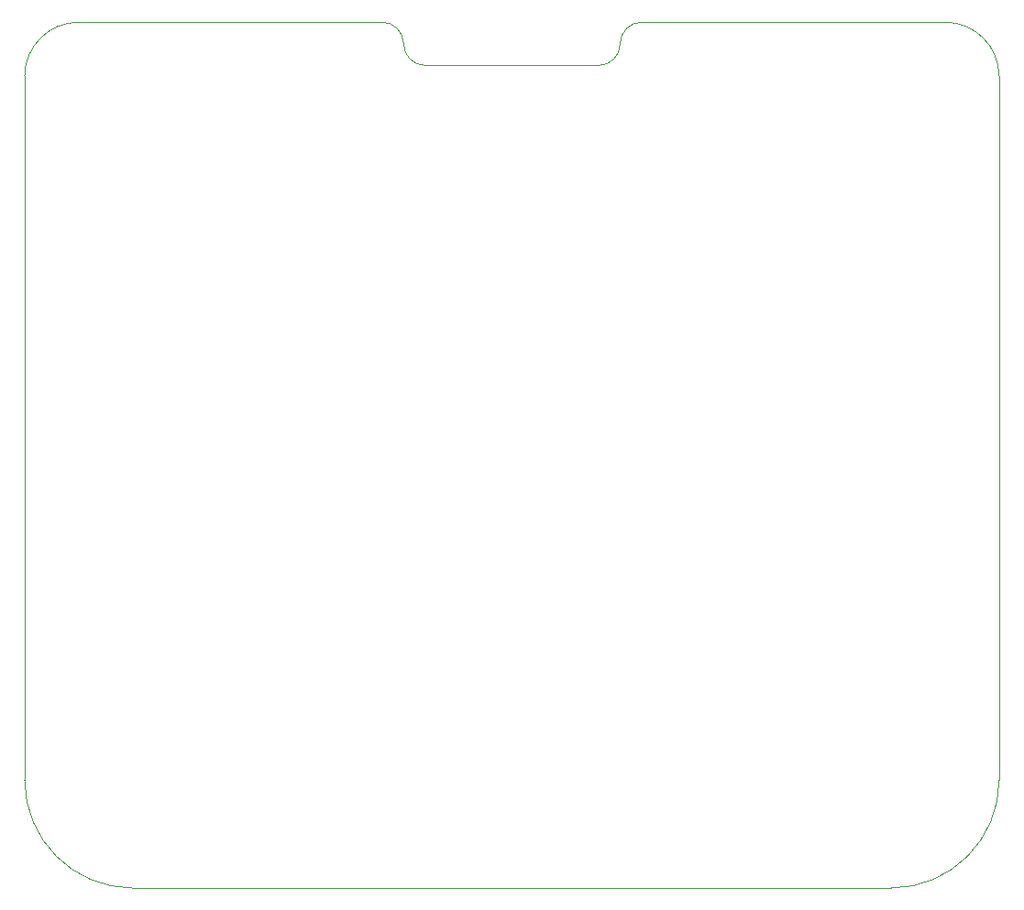
<source format=gbr>
%TF.GenerationSoftware,KiCad,Pcbnew,(6.0.11)*%
%TF.CreationDate,2023-11-04T21:10:05-03:00*%
%TF.ProjectId,bitmovel,6269746d-6f76-4656-9c2e-6b696361645f,rev?*%
%TF.SameCoordinates,Original*%
%TF.FileFunction,Profile,NP*%
%FSLAX46Y46*%
G04 Gerber Fmt 4.6, Leading zero omitted, Abs format (unit mm)*
G04 Created by KiCad (PCBNEW (6.0.11)) date 2023-11-04 21:10:05*
%MOMM*%
%LPD*%
G01*
G04 APERTURE LIST*
%TA.AperFunction,Profile*%
%ADD10C,0.050000*%
%TD*%
G04 APERTURE END LIST*
D10*
X185000000Y-123000000D02*
G75*
G03*
X195000000Y-113000000I0J10000000D01*
G01*
X195000000Y-48000000D02*
G75*
G03*
X190000000Y-43000000I-5000000J0D01*
G01*
X162000000Y-43000000D02*
X190000000Y-43000000D01*
X105000000Y-113000000D02*
G75*
G03*
X115000000Y-123000000I10000000J0D01*
G01*
X105000000Y-48000000D02*
X105000000Y-113000000D01*
X195000000Y-48000000D02*
X195000000Y-113000000D01*
X110000000Y-43000000D02*
G75*
G03*
X105000000Y-48000000I0J-5000000D01*
G01*
X115000000Y-123000000D02*
X185000000Y-123000000D01*
X138000000Y-43000000D02*
X110000000Y-43000000D01*
X158000000Y-47000000D02*
G75*
G03*
X160000000Y-45000000I0J2000000D01*
G01*
X162000000Y-43000000D02*
G75*
G03*
X160000000Y-45000000I0J-2000000D01*
G01*
X142000000Y-47000000D02*
X158000000Y-47000000D01*
X140000000Y-45000000D02*
G75*
G03*
X138000000Y-43000000I-2000000J0D01*
G01*
X140000000Y-45000000D02*
G75*
G03*
X142000000Y-47000000I2000000J0D01*
G01*
M02*

</source>
